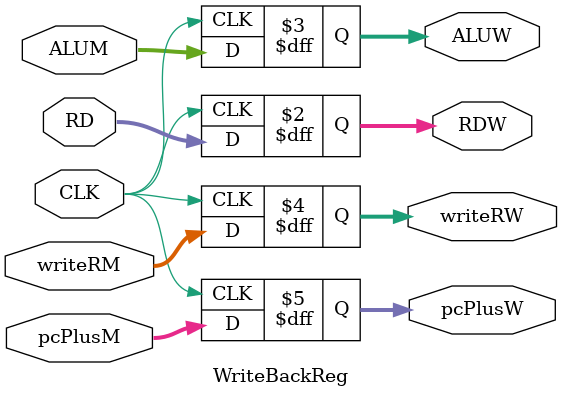
<source format=v>
`timescale 1ns / 1ps
module WriteBackReg #(parameter M = 32 , N = 5)(input CLK ,  

																input [M-1:0] RD , 				// data from datamemory
																input [M-1:0] ALUM ,				// alu result in the memory stage									
																input [N-1:0] writeRM ,			// destination register
														     	input [M-1:0] pcPlusM ,			// address of an instruction
																
																output reg [M-1:0] RDW , 
																output reg [M-1:0] ALUW ,
																output reg [N-1:0] writeRW ,
																output reg [M-1:0] pcPlusW);	
																
always @(posedge CLK) begin

		RDW 	  <= RD;
		ALUW    <= ALUM;
		writeRW <= writeRM;	
		pcPlusW <= pcPlusM;
		
end

endmodule

</source>
